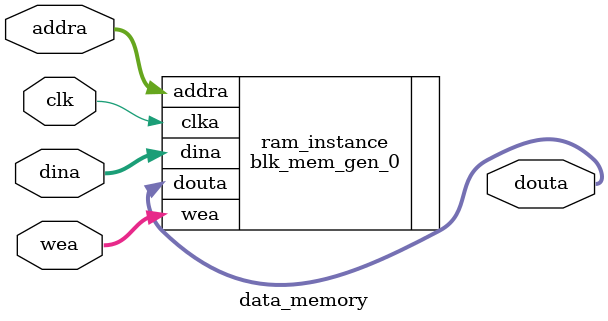
<source format=v>

module data_memory (
  input wire clk,
  input wire [3:0] wea,         
  input wire [7:0] addra,
  input wire [31:0] dina,
  output wire [31:0] douta
);

  blk_mem_gen_0 ram_instance (
    .clka(clk),
    .wea(wea), 
    .addra(addra),
    .dina(dina),
    .douta(douta)
  );

endmodule
</source>
